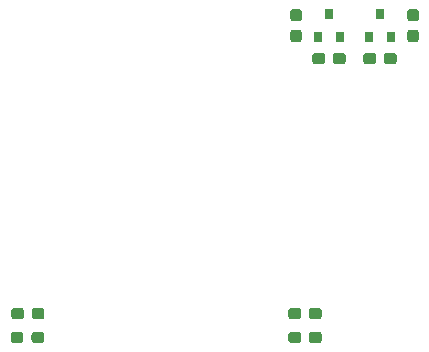
<source format=gbr>
G04 #@! TF.GenerationSoftware,KiCad,Pcbnew,(5.1.5)-3*
G04 #@! TF.CreationDate,2020-05-08T22:00:03-06:00*
G04 #@! TF.ProjectId,fluid,666c7569-642e-46b6-9963-61645f706362,rev?*
G04 #@! TF.SameCoordinates,Original*
G04 #@! TF.FileFunction,Paste,Top*
G04 #@! TF.FilePolarity,Positive*
%FSLAX46Y46*%
G04 Gerber Fmt 4.6, Leading zero omitted, Abs format (unit mm)*
G04 Created by KiCad (PCBNEW (5.1.5)-3) date 2020-05-08 22:00:03*
%MOMM*%
%LPD*%
G04 APERTURE LIST*
%ADD10C,0.100000*%
%ADD11R,0.800000X0.900000*%
G04 APERTURE END LIST*
D10*
G36*
X71911779Y-147850144D02*
G01*
X71934834Y-147853563D01*
X71957443Y-147859227D01*
X71979387Y-147867079D01*
X72000457Y-147877044D01*
X72020448Y-147889026D01*
X72039168Y-147902910D01*
X72056438Y-147918562D01*
X72072090Y-147935832D01*
X72085974Y-147954552D01*
X72097956Y-147974543D01*
X72107921Y-147995613D01*
X72115773Y-148017557D01*
X72121437Y-148040166D01*
X72124856Y-148063221D01*
X72126000Y-148086500D01*
X72126000Y-148561500D01*
X72124856Y-148584779D01*
X72121437Y-148607834D01*
X72115773Y-148630443D01*
X72107921Y-148652387D01*
X72097956Y-148673457D01*
X72085974Y-148693448D01*
X72072090Y-148712168D01*
X72056438Y-148729438D01*
X72039168Y-148745090D01*
X72020448Y-148758974D01*
X72000457Y-148770956D01*
X71979387Y-148780921D01*
X71957443Y-148788773D01*
X71934834Y-148794437D01*
X71911779Y-148797856D01*
X71888500Y-148799000D01*
X71313500Y-148799000D01*
X71290221Y-148797856D01*
X71267166Y-148794437D01*
X71244557Y-148788773D01*
X71222613Y-148780921D01*
X71201543Y-148770956D01*
X71181552Y-148758974D01*
X71162832Y-148745090D01*
X71145562Y-148729438D01*
X71129910Y-148712168D01*
X71116026Y-148693448D01*
X71104044Y-148673457D01*
X71094079Y-148652387D01*
X71086227Y-148630443D01*
X71080563Y-148607834D01*
X71077144Y-148584779D01*
X71076000Y-148561500D01*
X71076000Y-148086500D01*
X71077144Y-148063221D01*
X71080563Y-148040166D01*
X71086227Y-148017557D01*
X71094079Y-147995613D01*
X71104044Y-147974543D01*
X71116026Y-147954552D01*
X71129910Y-147935832D01*
X71145562Y-147918562D01*
X71162832Y-147902910D01*
X71181552Y-147889026D01*
X71201543Y-147877044D01*
X71222613Y-147867079D01*
X71244557Y-147859227D01*
X71267166Y-147853563D01*
X71290221Y-147850144D01*
X71313500Y-147849000D01*
X71888500Y-147849000D01*
X71911779Y-147850144D01*
G37*
G36*
X70161779Y-147850144D02*
G01*
X70184834Y-147853563D01*
X70207443Y-147859227D01*
X70229387Y-147867079D01*
X70250457Y-147877044D01*
X70270448Y-147889026D01*
X70289168Y-147902910D01*
X70306438Y-147918562D01*
X70322090Y-147935832D01*
X70335974Y-147954552D01*
X70347956Y-147974543D01*
X70357921Y-147995613D01*
X70365773Y-148017557D01*
X70371437Y-148040166D01*
X70374856Y-148063221D01*
X70376000Y-148086500D01*
X70376000Y-148561500D01*
X70374856Y-148584779D01*
X70371437Y-148607834D01*
X70365773Y-148630443D01*
X70357921Y-148652387D01*
X70347956Y-148673457D01*
X70335974Y-148693448D01*
X70322090Y-148712168D01*
X70306438Y-148729438D01*
X70289168Y-148745090D01*
X70270448Y-148758974D01*
X70250457Y-148770956D01*
X70229387Y-148780921D01*
X70207443Y-148788773D01*
X70184834Y-148794437D01*
X70161779Y-148797856D01*
X70138500Y-148799000D01*
X69563500Y-148799000D01*
X69540221Y-148797856D01*
X69517166Y-148794437D01*
X69494557Y-148788773D01*
X69472613Y-148780921D01*
X69451543Y-148770956D01*
X69431552Y-148758974D01*
X69412832Y-148745090D01*
X69395562Y-148729438D01*
X69379910Y-148712168D01*
X69366026Y-148693448D01*
X69354044Y-148673457D01*
X69344079Y-148652387D01*
X69336227Y-148630443D01*
X69330563Y-148607834D01*
X69327144Y-148584779D01*
X69326000Y-148561500D01*
X69326000Y-148086500D01*
X69327144Y-148063221D01*
X69330563Y-148040166D01*
X69336227Y-148017557D01*
X69344079Y-147995613D01*
X69354044Y-147974543D01*
X69366026Y-147954552D01*
X69379910Y-147935832D01*
X69395562Y-147918562D01*
X69412832Y-147902910D01*
X69431552Y-147889026D01*
X69451543Y-147877044D01*
X69472613Y-147867079D01*
X69494557Y-147859227D01*
X69517166Y-147853563D01*
X69540221Y-147850144D01*
X69563500Y-147849000D01*
X70138500Y-147849000D01*
X70161779Y-147850144D01*
G37*
G36*
X93669779Y-147850144D02*
G01*
X93692834Y-147853563D01*
X93715443Y-147859227D01*
X93737387Y-147867079D01*
X93758457Y-147877044D01*
X93778448Y-147889026D01*
X93797168Y-147902910D01*
X93814438Y-147918562D01*
X93830090Y-147935832D01*
X93843974Y-147954552D01*
X93855956Y-147974543D01*
X93865921Y-147995613D01*
X93873773Y-148017557D01*
X93879437Y-148040166D01*
X93882856Y-148063221D01*
X93884000Y-148086500D01*
X93884000Y-148561500D01*
X93882856Y-148584779D01*
X93879437Y-148607834D01*
X93873773Y-148630443D01*
X93865921Y-148652387D01*
X93855956Y-148673457D01*
X93843974Y-148693448D01*
X93830090Y-148712168D01*
X93814438Y-148729438D01*
X93797168Y-148745090D01*
X93778448Y-148758974D01*
X93758457Y-148770956D01*
X93737387Y-148780921D01*
X93715443Y-148788773D01*
X93692834Y-148794437D01*
X93669779Y-148797856D01*
X93646500Y-148799000D01*
X93071500Y-148799000D01*
X93048221Y-148797856D01*
X93025166Y-148794437D01*
X93002557Y-148788773D01*
X92980613Y-148780921D01*
X92959543Y-148770956D01*
X92939552Y-148758974D01*
X92920832Y-148745090D01*
X92903562Y-148729438D01*
X92887910Y-148712168D01*
X92874026Y-148693448D01*
X92862044Y-148673457D01*
X92852079Y-148652387D01*
X92844227Y-148630443D01*
X92838563Y-148607834D01*
X92835144Y-148584779D01*
X92834000Y-148561500D01*
X92834000Y-148086500D01*
X92835144Y-148063221D01*
X92838563Y-148040166D01*
X92844227Y-148017557D01*
X92852079Y-147995613D01*
X92862044Y-147974543D01*
X92874026Y-147954552D01*
X92887910Y-147935832D01*
X92903562Y-147918562D01*
X92920832Y-147902910D01*
X92939552Y-147889026D01*
X92959543Y-147877044D01*
X92980613Y-147867079D01*
X93002557Y-147859227D01*
X93025166Y-147853563D01*
X93048221Y-147850144D01*
X93071500Y-147849000D01*
X93646500Y-147849000D01*
X93669779Y-147850144D01*
G37*
G36*
X95419779Y-147850144D02*
G01*
X95442834Y-147853563D01*
X95465443Y-147859227D01*
X95487387Y-147867079D01*
X95508457Y-147877044D01*
X95528448Y-147889026D01*
X95547168Y-147902910D01*
X95564438Y-147918562D01*
X95580090Y-147935832D01*
X95593974Y-147954552D01*
X95605956Y-147974543D01*
X95615921Y-147995613D01*
X95623773Y-148017557D01*
X95629437Y-148040166D01*
X95632856Y-148063221D01*
X95634000Y-148086500D01*
X95634000Y-148561500D01*
X95632856Y-148584779D01*
X95629437Y-148607834D01*
X95623773Y-148630443D01*
X95615921Y-148652387D01*
X95605956Y-148673457D01*
X95593974Y-148693448D01*
X95580090Y-148712168D01*
X95564438Y-148729438D01*
X95547168Y-148745090D01*
X95528448Y-148758974D01*
X95508457Y-148770956D01*
X95487387Y-148780921D01*
X95465443Y-148788773D01*
X95442834Y-148794437D01*
X95419779Y-148797856D01*
X95396500Y-148799000D01*
X94821500Y-148799000D01*
X94798221Y-148797856D01*
X94775166Y-148794437D01*
X94752557Y-148788773D01*
X94730613Y-148780921D01*
X94709543Y-148770956D01*
X94689552Y-148758974D01*
X94670832Y-148745090D01*
X94653562Y-148729438D01*
X94637910Y-148712168D01*
X94624026Y-148693448D01*
X94612044Y-148673457D01*
X94602079Y-148652387D01*
X94594227Y-148630443D01*
X94588563Y-148607834D01*
X94585144Y-148584779D01*
X94584000Y-148561500D01*
X94584000Y-148086500D01*
X94585144Y-148063221D01*
X94588563Y-148040166D01*
X94594227Y-148017557D01*
X94602079Y-147995613D01*
X94612044Y-147974543D01*
X94624026Y-147954552D01*
X94637910Y-147935832D01*
X94653562Y-147918562D01*
X94670832Y-147902910D01*
X94689552Y-147889026D01*
X94709543Y-147877044D01*
X94730613Y-147867079D01*
X94752557Y-147859227D01*
X94775166Y-147853563D01*
X94798221Y-147850144D01*
X94821500Y-147849000D01*
X95396500Y-147849000D01*
X95419779Y-147850144D01*
G37*
G36*
X70206779Y-145830144D02*
G01*
X70229834Y-145833563D01*
X70252443Y-145839227D01*
X70274387Y-145847079D01*
X70295457Y-145857044D01*
X70315448Y-145869026D01*
X70334168Y-145882910D01*
X70351438Y-145898562D01*
X70367090Y-145915832D01*
X70380974Y-145934552D01*
X70392956Y-145954543D01*
X70402921Y-145975613D01*
X70410773Y-145997557D01*
X70416437Y-146020166D01*
X70419856Y-146043221D01*
X70421000Y-146066500D01*
X70421000Y-146541500D01*
X70419856Y-146564779D01*
X70416437Y-146587834D01*
X70410773Y-146610443D01*
X70402921Y-146632387D01*
X70392956Y-146653457D01*
X70380974Y-146673448D01*
X70367090Y-146692168D01*
X70351438Y-146709438D01*
X70334168Y-146725090D01*
X70315448Y-146738974D01*
X70295457Y-146750956D01*
X70274387Y-146760921D01*
X70252443Y-146768773D01*
X70229834Y-146774437D01*
X70206779Y-146777856D01*
X70183500Y-146779000D01*
X69608500Y-146779000D01*
X69585221Y-146777856D01*
X69562166Y-146774437D01*
X69539557Y-146768773D01*
X69517613Y-146760921D01*
X69496543Y-146750956D01*
X69476552Y-146738974D01*
X69457832Y-146725090D01*
X69440562Y-146709438D01*
X69424910Y-146692168D01*
X69411026Y-146673448D01*
X69399044Y-146653457D01*
X69389079Y-146632387D01*
X69381227Y-146610443D01*
X69375563Y-146587834D01*
X69372144Y-146564779D01*
X69371000Y-146541500D01*
X69371000Y-146066500D01*
X69372144Y-146043221D01*
X69375563Y-146020166D01*
X69381227Y-145997557D01*
X69389079Y-145975613D01*
X69399044Y-145954543D01*
X69411026Y-145934552D01*
X69424910Y-145915832D01*
X69440562Y-145898562D01*
X69457832Y-145882910D01*
X69476552Y-145869026D01*
X69496543Y-145857044D01*
X69517613Y-145847079D01*
X69539557Y-145839227D01*
X69562166Y-145833563D01*
X69585221Y-145830144D01*
X69608500Y-145829000D01*
X70183500Y-145829000D01*
X70206779Y-145830144D01*
G37*
G36*
X71956779Y-145830144D02*
G01*
X71979834Y-145833563D01*
X72002443Y-145839227D01*
X72024387Y-145847079D01*
X72045457Y-145857044D01*
X72065448Y-145869026D01*
X72084168Y-145882910D01*
X72101438Y-145898562D01*
X72117090Y-145915832D01*
X72130974Y-145934552D01*
X72142956Y-145954543D01*
X72152921Y-145975613D01*
X72160773Y-145997557D01*
X72166437Y-146020166D01*
X72169856Y-146043221D01*
X72171000Y-146066500D01*
X72171000Y-146541500D01*
X72169856Y-146564779D01*
X72166437Y-146587834D01*
X72160773Y-146610443D01*
X72152921Y-146632387D01*
X72142956Y-146653457D01*
X72130974Y-146673448D01*
X72117090Y-146692168D01*
X72101438Y-146709438D01*
X72084168Y-146725090D01*
X72065448Y-146738974D01*
X72045457Y-146750956D01*
X72024387Y-146760921D01*
X72002443Y-146768773D01*
X71979834Y-146774437D01*
X71956779Y-146777856D01*
X71933500Y-146779000D01*
X71358500Y-146779000D01*
X71335221Y-146777856D01*
X71312166Y-146774437D01*
X71289557Y-146768773D01*
X71267613Y-146760921D01*
X71246543Y-146750956D01*
X71226552Y-146738974D01*
X71207832Y-146725090D01*
X71190562Y-146709438D01*
X71174910Y-146692168D01*
X71161026Y-146673448D01*
X71149044Y-146653457D01*
X71139079Y-146632387D01*
X71131227Y-146610443D01*
X71125563Y-146587834D01*
X71122144Y-146564779D01*
X71121000Y-146541500D01*
X71121000Y-146066500D01*
X71122144Y-146043221D01*
X71125563Y-146020166D01*
X71131227Y-145997557D01*
X71139079Y-145975613D01*
X71149044Y-145954543D01*
X71161026Y-145934552D01*
X71174910Y-145915832D01*
X71190562Y-145898562D01*
X71207832Y-145882910D01*
X71226552Y-145869026D01*
X71246543Y-145857044D01*
X71267613Y-145847079D01*
X71289557Y-145839227D01*
X71312166Y-145833563D01*
X71335221Y-145830144D01*
X71358500Y-145829000D01*
X71933500Y-145829000D01*
X71956779Y-145830144D01*
G37*
G36*
X93669779Y-145830144D02*
G01*
X93692834Y-145833563D01*
X93715443Y-145839227D01*
X93737387Y-145847079D01*
X93758457Y-145857044D01*
X93778448Y-145869026D01*
X93797168Y-145882910D01*
X93814438Y-145898562D01*
X93830090Y-145915832D01*
X93843974Y-145934552D01*
X93855956Y-145954543D01*
X93865921Y-145975613D01*
X93873773Y-145997557D01*
X93879437Y-146020166D01*
X93882856Y-146043221D01*
X93884000Y-146066500D01*
X93884000Y-146541500D01*
X93882856Y-146564779D01*
X93879437Y-146587834D01*
X93873773Y-146610443D01*
X93865921Y-146632387D01*
X93855956Y-146653457D01*
X93843974Y-146673448D01*
X93830090Y-146692168D01*
X93814438Y-146709438D01*
X93797168Y-146725090D01*
X93778448Y-146738974D01*
X93758457Y-146750956D01*
X93737387Y-146760921D01*
X93715443Y-146768773D01*
X93692834Y-146774437D01*
X93669779Y-146777856D01*
X93646500Y-146779000D01*
X93071500Y-146779000D01*
X93048221Y-146777856D01*
X93025166Y-146774437D01*
X93002557Y-146768773D01*
X92980613Y-146760921D01*
X92959543Y-146750956D01*
X92939552Y-146738974D01*
X92920832Y-146725090D01*
X92903562Y-146709438D01*
X92887910Y-146692168D01*
X92874026Y-146673448D01*
X92862044Y-146653457D01*
X92852079Y-146632387D01*
X92844227Y-146610443D01*
X92838563Y-146587834D01*
X92835144Y-146564779D01*
X92834000Y-146541500D01*
X92834000Y-146066500D01*
X92835144Y-146043221D01*
X92838563Y-146020166D01*
X92844227Y-145997557D01*
X92852079Y-145975613D01*
X92862044Y-145954543D01*
X92874026Y-145934552D01*
X92887910Y-145915832D01*
X92903562Y-145898562D01*
X92920832Y-145882910D01*
X92939552Y-145869026D01*
X92959543Y-145857044D01*
X92980613Y-145847079D01*
X93002557Y-145839227D01*
X93025166Y-145833563D01*
X93048221Y-145830144D01*
X93071500Y-145829000D01*
X93646500Y-145829000D01*
X93669779Y-145830144D01*
G37*
G36*
X95419779Y-145830144D02*
G01*
X95442834Y-145833563D01*
X95465443Y-145839227D01*
X95487387Y-145847079D01*
X95508457Y-145857044D01*
X95528448Y-145869026D01*
X95547168Y-145882910D01*
X95564438Y-145898562D01*
X95580090Y-145915832D01*
X95593974Y-145934552D01*
X95605956Y-145954543D01*
X95615921Y-145975613D01*
X95623773Y-145997557D01*
X95629437Y-146020166D01*
X95632856Y-146043221D01*
X95634000Y-146066500D01*
X95634000Y-146541500D01*
X95632856Y-146564779D01*
X95629437Y-146587834D01*
X95623773Y-146610443D01*
X95615921Y-146632387D01*
X95605956Y-146653457D01*
X95593974Y-146673448D01*
X95580090Y-146692168D01*
X95564438Y-146709438D01*
X95547168Y-146725090D01*
X95528448Y-146738974D01*
X95508457Y-146750956D01*
X95487387Y-146760921D01*
X95465443Y-146768773D01*
X95442834Y-146774437D01*
X95419779Y-146777856D01*
X95396500Y-146779000D01*
X94821500Y-146779000D01*
X94798221Y-146777856D01*
X94775166Y-146774437D01*
X94752557Y-146768773D01*
X94730613Y-146760921D01*
X94709543Y-146750956D01*
X94689552Y-146738974D01*
X94670832Y-146725090D01*
X94653562Y-146709438D01*
X94637910Y-146692168D01*
X94624026Y-146673448D01*
X94612044Y-146653457D01*
X94602079Y-146632387D01*
X94594227Y-146610443D01*
X94588563Y-146587834D01*
X94585144Y-146564779D01*
X94584000Y-146541500D01*
X94584000Y-146066500D01*
X94585144Y-146043221D01*
X94588563Y-146020166D01*
X94594227Y-145997557D01*
X94602079Y-145975613D01*
X94612044Y-145954543D01*
X94624026Y-145934552D01*
X94637910Y-145915832D01*
X94653562Y-145898562D01*
X94670832Y-145882910D01*
X94689552Y-145869026D01*
X94709543Y-145857044D01*
X94730613Y-145847079D01*
X94752557Y-145839227D01*
X94775166Y-145833563D01*
X94798221Y-145830144D01*
X94821500Y-145829000D01*
X95396500Y-145829000D01*
X95419779Y-145830144D01*
G37*
D11*
X95316000Y-122920000D03*
X97216000Y-122920000D03*
X96266000Y-120920000D03*
X100584000Y-120920000D03*
X101534000Y-122920000D03*
X99634000Y-122920000D03*
D10*
G36*
X93732779Y-120521144D02*
G01*
X93755834Y-120524563D01*
X93778443Y-120530227D01*
X93800387Y-120538079D01*
X93821457Y-120548044D01*
X93841448Y-120560026D01*
X93860168Y-120573910D01*
X93877438Y-120589562D01*
X93893090Y-120606832D01*
X93906974Y-120625552D01*
X93918956Y-120645543D01*
X93928921Y-120666613D01*
X93936773Y-120688557D01*
X93942437Y-120711166D01*
X93945856Y-120734221D01*
X93947000Y-120757500D01*
X93947000Y-121332500D01*
X93945856Y-121355779D01*
X93942437Y-121378834D01*
X93936773Y-121401443D01*
X93928921Y-121423387D01*
X93918956Y-121444457D01*
X93906974Y-121464448D01*
X93893090Y-121483168D01*
X93877438Y-121500438D01*
X93860168Y-121516090D01*
X93841448Y-121529974D01*
X93821457Y-121541956D01*
X93800387Y-121551921D01*
X93778443Y-121559773D01*
X93755834Y-121565437D01*
X93732779Y-121568856D01*
X93709500Y-121570000D01*
X93234500Y-121570000D01*
X93211221Y-121568856D01*
X93188166Y-121565437D01*
X93165557Y-121559773D01*
X93143613Y-121551921D01*
X93122543Y-121541956D01*
X93102552Y-121529974D01*
X93083832Y-121516090D01*
X93066562Y-121500438D01*
X93050910Y-121483168D01*
X93037026Y-121464448D01*
X93025044Y-121444457D01*
X93015079Y-121423387D01*
X93007227Y-121401443D01*
X93001563Y-121378834D01*
X92998144Y-121355779D01*
X92997000Y-121332500D01*
X92997000Y-120757500D01*
X92998144Y-120734221D01*
X93001563Y-120711166D01*
X93007227Y-120688557D01*
X93015079Y-120666613D01*
X93025044Y-120645543D01*
X93037026Y-120625552D01*
X93050910Y-120606832D01*
X93066562Y-120589562D01*
X93083832Y-120573910D01*
X93102552Y-120560026D01*
X93122543Y-120548044D01*
X93143613Y-120538079D01*
X93165557Y-120530227D01*
X93188166Y-120524563D01*
X93211221Y-120521144D01*
X93234500Y-120520000D01*
X93709500Y-120520000D01*
X93732779Y-120521144D01*
G37*
G36*
X93732779Y-122271144D02*
G01*
X93755834Y-122274563D01*
X93778443Y-122280227D01*
X93800387Y-122288079D01*
X93821457Y-122298044D01*
X93841448Y-122310026D01*
X93860168Y-122323910D01*
X93877438Y-122339562D01*
X93893090Y-122356832D01*
X93906974Y-122375552D01*
X93918956Y-122395543D01*
X93928921Y-122416613D01*
X93936773Y-122438557D01*
X93942437Y-122461166D01*
X93945856Y-122484221D01*
X93947000Y-122507500D01*
X93947000Y-123082500D01*
X93945856Y-123105779D01*
X93942437Y-123128834D01*
X93936773Y-123151443D01*
X93928921Y-123173387D01*
X93918956Y-123194457D01*
X93906974Y-123214448D01*
X93893090Y-123233168D01*
X93877438Y-123250438D01*
X93860168Y-123266090D01*
X93841448Y-123279974D01*
X93821457Y-123291956D01*
X93800387Y-123301921D01*
X93778443Y-123309773D01*
X93755834Y-123315437D01*
X93732779Y-123318856D01*
X93709500Y-123320000D01*
X93234500Y-123320000D01*
X93211221Y-123318856D01*
X93188166Y-123315437D01*
X93165557Y-123309773D01*
X93143613Y-123301921D01*
X93122543Y-123291956D01*
X93102552Y-123279974D01*
X93083832Y-123266090D01*
X93066562Y-123250438D01*
X93050910Y-123233168D01*
X93037026Y-123214448D01*
X93025044Y-123194457D01*
X93015079Y-123173387D01*
X93007227Y-123151443D01*
X93001563Y-123128834D01*
X92998144Y-123105779D01*
X92997000Y-123082500D01*
X92997000Y-122507500D01*
X92998144Y-122484221D01*
X93001563Y-122461166D01*
X93007227Y-122438557D01*
X93015079Y-122416613D01*
X93025044Y-122395543D01*
X93037026Y-122375552D01*
X93050910Y-122356832D01*
X93066562Y-122339562D01*
X93083832Y-122323910D01*
X93102552Y-122310026D01*
X93122543Y-122298044D01*
X93143613Y-122288079D01*
X93165557Y-122280227D01*
X93188166Y-122274563D01*
X93211221Y-122271144D01*
X93234500Y-122270000D01*
X93709500Y-122270000D01*
X93732779Y-122271144D01*
G37*
G36*
X103638779Y-120521144D02*
G01*
X103661834Y-120524563D01*
X103684443Y-120530227D01*
X103706387Y-120538079D01*
X103727457Y-120548044D01*
X103747448Y-120560026D01*
X103766168Y-120573910D01*
X103783438Y-120589562D01*
X103799090Y-120606832D01*
X103812974Y-120625552D01*
X103824956Y-120645543D01*
X103834921Y-120666613D01*
X103842773Y-120688557D01*
X103848437Y-120711166D01*
X103851856Y-120734221D01*
X103853000Y-120757500D01*
X103853000Y-121332500D01*
X103851856Y-121355779D01*
X103848437Y-121378834D01*
X103842773Y-121401443D01*
X103834921Y-121423387D01*
X103824956Y-121444457D01*
X103812974Y-121464448D01*
X103799090Y-121483168D01*
X103783438Y-121500438D01*
X103766168Y-121516090D01*
X103747448Y-121529974D01*
X103727457Y-121541956D01*
X103706387Y-121551921D01*
X103684443Y-121559773D01*
X103661834Y-121565437D01*
X103638779Y-121568856D01*
X103615500Y-121570000D01*
X103140500Y-121570000D01*
X103117221Y-121568856D01*
X103094166Y-121565437D01*
X103071557Y-121559773D01*
X103049613Y-121551921D01*
X103028543Y-121541956D01*
X103008552Y-121529974D01*
X102989832Y-121516090D01*
X102972562Y-121500438D01*
X102956910Y-121483168D01*
X102943026Y-121464448D01*
X102931044Y-121444457D01*
X102921079Y-121423387D01*
X102913227Y-121401443D01*
X102907563Y-121378834D01*
X102904144Y-121355779D01*
X102903000Y-121332500D01*
X102903000Y-120757500D01*
X102904144Y-120734221D01*
X102907563Y-120711166D01*
X102913227Y-120688557D01*
X102921079Y-120666613D01*
X102931044Y-120645543D01*
X102943026Y-120625552D01*
X102956910Y-120606832D01*
X102972562Y-120589562D01*
X102989832Y-120573910D01*
X103008552Y-120560026D01*
X103028543Y-120548044D01*
X103049613Y-120538079D01*
X103071557Y-120530227D01*
X103094166Y-120524563D01*
X103117221Y-120521144D01*
X103140500Y-120520000D01*
X103615500Y-120520000D01*
X103638779Y-120521144D01*
G37*
G36*
X103638779Y-122271144D02*
G01*
X103661834Y-122274563D01*
X103684443Y-122280227D01*
X103706387Y-122288079D01*
X103727457Y-122298044D01*
X103747448Y-122310026D01*
X103766168Y-122323910D01*
X103783438Y-122339562D01*
X103799090Y-122356832D01*
X103812974Y-122375552D01*
X103824956Y-122395543D01*
X103834921Y-122416613D01*
X103842773Y-122438557D01*
X103848437Y-122461166D01*
X103851856Y-122484221D01*
X103853000Y-122507500D01*
X103853000Y-123082500D01*
X103851856Y-123105779D01*
X103848437Y-123128834D01*
X103842773Y-123151443D01*
X103834921Y-123173387D01*
X103824956Y-123194457D01*
X103812974Y-123214448D01*
X103799090Y-123233168D01*
X103783438Y-123250438D01*
X103766168Y-123266090D01*
X103747448Y-123279974D01*
X103727457Y-123291956D01*
X103706387Y-123301921D01*
X103684443Y-123309773D01*
X103661834Y-123315437D01*
X103638779Y-123318856D01*
X103615500Y-123320000D01*
X103140500Y-123320000D01*
X103117221Y-123318856D01*
X103094166Y-123315437D01*
X103071557Y-123309773D01*
X103049613Y-123301921D01*
X103028543Y-123291956D01*
X103008552Y-123279974D01*
X102989832Y-123266090D01*
X102972562Y-123250438D01*
X102956910Y-123233168D01*
X102943026Y-123214448D01*
X102931044Y-123194457D01*
X102921079Y-123173387D01*
X102913227Y-123151443D01*
X102907563Y-123128834D01*
X102904144Y-123105779D01*
X102903000Y-123082500D01*
X102903000Y-122507500D01*
X102904144Y-122484221D01*
X102907563Y-122461166D01*
X102913227Y-122438557D01*
X102921079Y-122416613D01*
X102931044Y-122395543D01*
X102943026Y-122375552D01*
X102956910Y-122356832D01*
X102972562Y-122339562D01*
X102989832Y-122323910D01*
X103008552Y-122310026D01*
X103028543Y-122298044D01*
X103049613Y-122288079D01*
X103071557Y-122280227D01*
X103094166Y-122274563D01*
X103117221Y-122271144D01*
X103140500Y-122270000D01*
X103615500Y-122270000D01*
X103638779Y-122271144D01*
G37*
G36*
X95701779Y-124240144D02*
G01*
X95724834Y-124243563D01*
X95747443Y-124249227D01*
X95769387Y-124257079D01*
X95790457Y-124267044D01*
X95810448Y-124279026D01*
X95829168Y-124292910D01*
X95846438Y-124308562D01*
X95862090Y-124325832D01*
X95875974Y-124344552D01*
X95887956Y-124364543D01*
X95897921Y-124385613D01*
X95905773Y-124407557D01*
X95911437Y-124430166D01*
X95914856Y-124453221D01*
X95916000Y-124476500D01*
X95916000Y-124951500D01*
X95914856Y-124974779D01*
X95911437Y-124997834D01*
X95905773Y-125020443D01*
X95897921Y-125042387D01*
X95887956Y-125063457D01*
X95875974Y-125083448D01*
X95862090Y-125102168D01*
X95846438Y-125119438D01*
X95829168Y-125135090D01*
X95810448Y-125148974D01*
X95790457Y-125160956D01*
X95769387Y-125170921D01*
X95747443Y-125178773D01*
X95724834Y-125184437D01*
X95701779Y-125187856D01*
X95678500Y-125189000D01*
X95103500Y-125189000D01*
X95080221Y-125187856D01*
X95057166Y-125184437D01*
X95034557Y-125178773D01*
X95012613Y-125170921D01*
X94991543Y-125160956D01*
X94971552Y-125148974D01*
X94952832Y-125135090D01*
X94935562Y-125119438D01*
X94919910Y-125102168D01*
X94906026Y-125083448D01*
X94894044Y-125063457D01*
X94884079Y-125042387D01*
X94876227Y-125020443D01*
X94870563Y-124997834D01*
X94867144Y-124974779D01*
X94866000Y-124951500D01*
X94866000Y-124476500D01*
X94867144Y-124453221D01*
X94870563Y-124430166D01*
X94876227Y-124407557D01*
X94884079Y-124385613D01*
X94894044Y-124364543D01*
X94906026Y-124344552D01*
X94919910Y-124325832D01*
X94935562Y-124308562D01*
X94952832Y-124292910D01*
X94971552Y-124279026D01*
X94991543Y-124267044D01*
X95012613Y-124257079D01*
X95034557Y-124249227D01*
X95057166Y-124243563D01*
X95080221Y-124240144D01*
X95103500Y-124239000D01*
X95678500Y-124239000D01*
X95701779Y-124240144D01*
G37*
G36*
X97451779Y-124240144D02*
G01*
X97474834Y-124243563D01*
X97497443Y-124249227D01*
X97519387Y-124257079D01*
X97540457Y-124267044D01*
X97560448Y-124279026D01*
X97579168Y-124292910D01*
X97596438Y-124308562D01*
X97612090Y-124325832D01*
X97625974Y-124344552D01*
X97637956Y-124364543D01*
X97647921Y-124385613D01*
X97655773Y-124407557D01*
X97661437Y-124430166D01*
X97664856Y-124453221D01*
X97666000Y-124476500D01*
X97666000Y-124951500D01*
X97664856Y-124974779D01*
X97661437Y-124997834D01*
X97655773Y-125020443D01*
X97647921Y-125042387D01*
X97637956Y-125063457D01*
X97625974Y-125083448D01*
X97612090Y-125102168D01*
X97596438Y-125119438D01*
X97579168Y-125135090D01*
X97560448Y-125148974D01*
X97540457Y-125160956D01*
X97519387Y-125170921D01*
X97497443Y-125178773D01*
X97474834Y-125184437D01*
X97451779Y-125187856D01*
X97428500Y-125189000D01*
X96853500Y-125189000D01*
X96830221Y-125187856D01*
X96807166Y-125184437D01*
X96784557Y-125178773D01*
X96762613Y-125170921D01*
X96741543Y-125160956D01*
X96721552Y-125148974D01*
X96702832Y-125135090D01*
X96685562Y-125119438D01*
X96669910Y-125102168D01*
X96656026Y-125083448D01*
X96644044Y-125063457D01*
X96634079Y-125042387D01*
X96626227Y-125020443D01*
X96620563Y-124997834D01*
X96617144Y-124974779D01*
X96616000Y-124951500D01*
X96616000Y-124476500D01*
X96617144Y-124453221D01*
X96620563Y-124430166D01*
X96626227Y-124407557D01*
X96634079Y-124385613D01*
X96644044Y-124364543D01*
X96656026Y-124344552D01*
X96669910Y-124325832D01*
X96685562Y-124308562D01*
X96702832Y-124292910D01*
X96721552Y-124279026D01*
X96741543Y-124267044D01*
X96762613Y-124257079D01*
X96784557Y-124249227D01*
X96807166Y-124243563D01*
X96830221Y-124240144D01*
X96853500Y-124239000D01*
X97428500Y-124239000D01*
X97451779Y-124240144D01*
G37*
G36*
X100019779Y-124240144D02*
G01*
X100042834Y-124243563D01*
X100065443Y-124249227D01*
X100087387Y-124257079D01*
X100108457Y-124267044D01*
X100128448Y-124279026D01*
X100147168Y-124292910D01*
X100164438Y-124308562D01*
X100180090Y-124325832D01*
X100193974Y-124344552D01*
X100205956Y-124364543D01*
X100215921Y-124385613D01*
X100223773Y-124407557D01*
X100229437Y-124430166D01*
X100232856Y-124453221D01*
X100234000Y-124476500D01*
X100234000Y-124951500D01*
X100232856Y-124974779D01*
X100229437Y-124997834D01*
X100223773Y-125020443D01*
X100215921Y-125042387D01*
X100205956Y-125063457D01*
X100193974Y-125083448D01*
X100180090Y-125102168D01*
X100164438Y-125119438D01*
X100147168Y-125135090D01*
X100128448Y-125148974D01*
X100108457Y-125160956D01*
X100087387Y-125170921D01*
X100065443Y-125178773D01*
X100042834Y-125184437D01*
X100019779Y-125187856D01*
X99996500Y-125189000D01*
X99421500Y-125189000D01*
X99398221Y-125187856D01*
X99375166Y-125184437D01*
X99352557Y-125178773D01*
X99330613Y-125170921D01*
X99309543Y-125160956D01*
X99289552Y-125148974D01*
X99270832Y-125135090D01*
X99253562Y-125119438D01*
X99237910Y-125102168D01*
X99224026Y-125083448D01*
X99212044Y-125063457D01*
X99202079Y-125042387D01*
X99194227Y-125020443D01*
X99188563Y-124997834D01*
X99185144Y-124974779D01*
X99184000Y-124951500D01*
X99184000Y-124476500D01*
X99185144Y-124453221D01*
X99188563Y-124430166D01*
X99194227Y-124407557D01*
X99202079Y-124385613D01*
X99212044Y-124364543D01*
X99224026Y-124344552D01*
X99237910Y-124325832D01*
X99253562Y-124308562D01*
X99270832Y-124292910D01*
X99289552Y-124279026D01*
X99309543Y-124267044D01*
X99330613Y-124257079D01*
X99352557Y-124249227D01*
X99375166Y-124243563D01*
X99398221Y-124240144D01*
X99421500Y-124239000D01*
X99996500Y-124239000D01*
X100019779Y-124240144D01*
G37*
G36*
X101769779Y-124240144D02*
G01*
X101792834Y-124243563D01*
X101815443Y-124249227D01*
X101837387Y-124257079D01*
X101858457Y-124267044D01*
X101878448Y-124279026D01*
X101897168Y-124292910D01*
X101914438Y-124308562D01*
X101930090Y-124325832D01*
X101943974Y-124344552D01*
X101955956Y-124364543D01*
X101965921Y-124385613D01*
X101973773Y-124407557D01*
X101979437Y-124430166D01*
X101982856Y-124453221D01*
X101984000Y-124476500D01*
X101984000Y-124951500D01*
X101982856Y-124974779D01*
X101979437Y-124997834D01*
X101973773Y-125020443D01*
X101965921Y-125042387D01*
X101955956Y-125063457D01*
X101943974Y-125083448D01*
X101930090Y-125102168D01*
X101914438Y-125119438D01*
X101897168Y-125135090D01*
X101878448Y-125148974D01*
X101858457Y-125160956D01*
X101837387Y-125170921D01*
X101815443Y-125178773D01*
X101792834Y-125184437D01*
X101769779Y-125187856D01*
X101746500Y-125189000D01*
X101171500Y-125189000D01*
X101148221Y-125187856D01*
X101125166Y-125184437D01*
X101102557Y-125178773D01*
X101080613Y-125170921D01*
X101059543Y-125160956D01*
X101039552Y-125148974D01*
X101020832Y-125135090D01*
X101003562Y-125119438D01*
X100987910Y-125102168D01*
X100974026Y-125083448D01*
X100962044Y-125063457D01*
X100952079Y-125042387D01*
X100944227Y-125020443D01*
X100938563Y-124997834D01*
X100935144Y-124974779D01*
X100934000Y-124951500D01*
X100934000Y-124476500D01*
X100935144Y-124453221D01*
X100938563Y-124430166D01*
X100944227Y-124407557D01*
X100952079Y-124385613D01*
X100962044Y-124364543D01*
X100974026Y-124344552D01*
X100987910Y-124325832D01*
X101003562Y-124308562D01*
X101020832Y-124292910D01*
X101039552Y-124279026D01*
X101059543Y-124267044D01*
X101080613Y-124257079D01*
X101102557Y-124249227D01*
X101125166Y-124243563D01*
X101148221Y-124240144D01*
X101171500Y-124239000D01*
X101746500Y-124239000D01*
X101769779Y-124240144D01*
G37*
M02*

</source>
